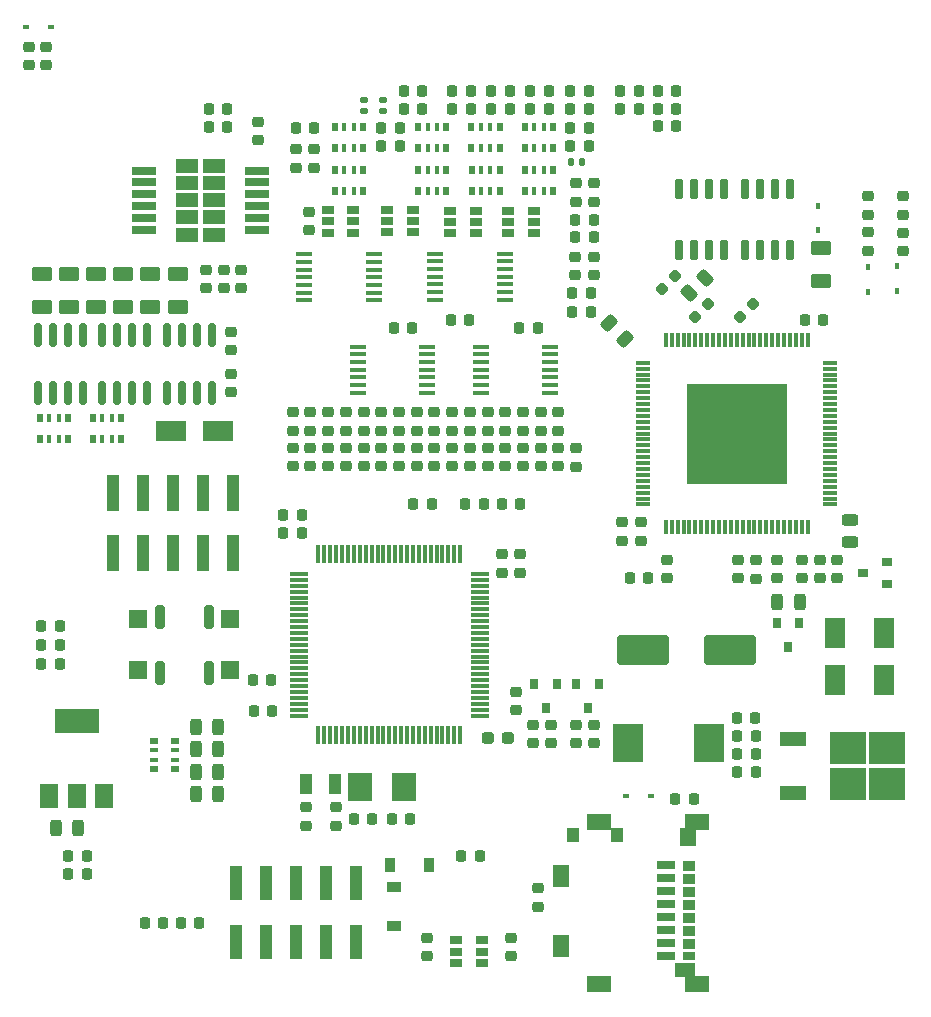
<source format=gbr>
%TF.GenerationSoftware,KiCad,Pcbnew,6.0.4-6f826c9f35~116~ubuntu20.04.1*%
%TF.CreationDate,2022-04-15T17:05:14+02:00*%
%TF.ProjectId,micro_rusEFI,6d696372-6f5f-4727-9573-4546492e6b69,R0.6.1rc*%
%TF.SameCoordinates,Original*%
%TF.FileFunction,Paste,Top*%
%TF.FilePolarity,Positive*%
%FSLAX46Y46*%
G04 Gerber Fmt 4.6, Leading zero omitted, Abs format (unit mm)*
G04 Created by KiCad (PCBNEW 6.0.4-6f826c9f35~116~ubuntu20.04.1) date 2022-04-15 17:05:14*
%MOMM*%
%LPD*%
G01*
G04 APERTURE LIST*
G04 Aperture macros list*
%AMRoundRect*
0 Rectangle with rounded corners*
0 $1 Rounding radius*
0 $2 $3 $4 $5 $6 $7 $8 $9 X,Y pos of 4 corners*
0 Add a 4 corners polygon primitive as box body*
4,1,4,$2,$3,$4,$5,$6,$7,$8,$9,$2,$3,0*
0 Add four circle primitives for the rounded corners*
1,1,$1+$1,$2,$3*
1,1,$1+$1,$4,$5*
1,1,$1+$1,$6,$7*
1,1,$1+$1,$8,$9*
0 Add four rect primitives between the rounded corners*
20,1,$1+$1,$2,$3,$4,$5,0*
20,1,$1+$1,$4,$5,$6,$7,0*
20,1,$1+$1,$6,$7,$8,$9,0*
20,1,$1+$1,$8,$9,$2,$3,0*%
G04 Aperture macros list end*
%ADD10RoundRect,0.218750X0.026517X-0.335876X0.335876X-0.026517X-0.026517X0.335876X-0.335876X0.026517X0*%
%ADD11RoundRect,0.218750X-0.218750X-0.256250X0.218750X-0.256250X0.218750X0.256250X-0.218750X0.256250X0*%
%ADD12RoundRect,0.218750X0.218750X0.256250X-0.218750X0.256250X-0.218750X-0.256250X0.218750X-0.256250X0*%
%ADD13RoundRect,0.243750X-0.243750X-0.456250X0.243750X-0.456250X0.243750X0.456250X-0.243750X0.456250X0*%
%ADD14RoundRect,0.218750X0.256250X-0.218750X0.256250X0.218750X-0.256250X0.218750X-0.256250X-0.218750X0*%
%ADD15RoundRect,0.218750X-0.256250X0.218750X-0.256250X-0.218750X0.256250X-0.218750X0.256250X0.218750X0*%
%ADD16R,0.900000X1.200000*%
%ADD17R,1.060000X0.650000*%
%ADD18R,1.450000X0.450000*%
%ADD19R,0.500000X0.800000*%
%ADD20R,0.400000X0.800000*%
%ADD21R,0.800000X0.500000*%
%ADD22R,0.800000X0.400000*%
%ADD23R,2.000000X2.400000*%
%ADD24RoundRect,0.250000X-0.625000X0.375000X-0.625000X-0.375000X0.625000X-0.375000X0.625000X0.375000X0*%
%ADD25RoundRect,0.147500X0.172500X-0.147500X0.172500X0.147500X-0.172500X0.147500X-0.172500X-0.147500X0*%
%ADD26R,0.900000X0.800000*%
%ADD27R,1.800000X2.500000*%
%ADD28RoundRect,0.150000X0.150000X-0.825000X0.150000X0.825000X-0.150000X0.825000X-0.150000X-0.825000X0*%
%ADD29R,1.000000X1.800000*%
%ADD30R,1.500000X2.000000*%
%ADD31R,3.800000X2.000000*%
%ADD32R,3.050000X2.750000*%
%ADD33R,2.200000X1.200000*%
%ADD34R,0.800000X0.900000*%
%ADD35R,1.500000X1.500000*%
%ADD36RoundRect,0.243750X-0.456250X0.243750X-0.456250X-0.243750X0.456250X-0.243750X0.456250X0.243750X0*%
%ADD37R,0.450000X0.600000*%
%ADD38RoundRect,0.200000X0.200000X0.800000X-0.200000X0.800000X-0.200000X-0.800000X0.200000X-0.800000X0*%
%ADD39RoundRect,0.200000X-0.200000X-0.800000X0.200000X-0.800000X0.200000X0.800000X-0.200000X0.800000X0*%
%ADD40RoundRect,0.150000X0.150000X-0.725000X0.150000X0.725000X-0.150000X0.725000X-0.150000X-0.725000X0*%
%ADD41R,1.950000X1.160000*%
%ADD42R,2.000000X0.650000*%
%ADD43RoundRect,0.075000X-0.550000X-0.075000X0.550000X-0.075000X0.550000X0.075000X-0.550000X0.075000X0*%
%ADD44RoundRect,0.075000X-0.075000X-0.550000X0.075000X-0.550000X0.075000X0.550000X-0.075000X0.550000X0*%
%ADD45R,8.500000X8.500000*%
%ADD46RoundRect,0.250000X1.950000X1.000000X-1.950000X1.000000X-1.950000X-1.000000X1.950000X-1.000000X0*%
%ADD47RoundRect,0.075000X0.075000X-0.725000X0.075000X0.725000X-0.075000X0.725000X-0.075000X-0.725000X0*%
%ADD48RoundRect,0.075000X0.725000X-0.075000X0.725000X0.075000X-0.725000X0.075000X-0.725000X-0.075000X0*%
%ADD49RoundRect,0.243750X0.494975X0.150260X0.150260X0.494975X-0.494975X-0.150260X-0.150260X-0.494975X0*%
%ADD50R,1.200000X0.900000*%
%ADD51R,1.000000X3.000000*%
%ADD52RoundRect,0.237500X-0.287500X-0.237500X0.287500X-0.237500X0.287500X0.237500X-0.287500X0.237500X0*%
%ADD53RoundRect,0.147500X0.147500X0.172500X-0.147500X0.172500X-0.147500X-0.172500X0.147500X-0.172500X0*%
%ADD54RoundRect,0.218750X-0.026517X0.335876X-0.335876X0.026517X0.026517X-0.335876X0.335876X-0.026517X0*%
%ADD55RoundRect,0.243750X-0.150260X0.494975X-0.494975X0.150260X0.150260X-0.494975X0.494975X-0.150260X0*%
%ADD56R,1.000000X3.150000*%
%ADD57R,0.600000X0.450000*%
%ADD58R,1.500000X0.800000*%
%ADD59R,2.000000X1.450000*%
%ADD60R,2.500000X3.300000*%
%ADD61R,1.100000X0.850000*%
%ADD62R,1.100000X0.750000*%
%ADD63R,1.000000X1.200000*%
%ADD64R,1.350000X1.900000*%
%ADD65R,1.800000X1.170000*%
%ADD66R,1.350000X1.550000*%
%ADD67R,2.500000X1.800000*%
G04 APERTURE END LIST*
D10*
X83743153Y-58556847D03*
X84856847Y-57443153D03*
D11*
X69570500Y-56500000D03*
X71145500Y-56500000D03*
D12*
X85087500Y-92500000D03*
X83512500Y-92500000D03*
X85116300Y-97030500D03*
X83541300Y-97030500D03*
D11*
X69824500Y-51800000D03*
X71399500Y-51800000D03*
X51053900Y-101031040D03*
X52628900Y-101031040D03*
D13*
X25859500Y-101790500D03*
X27734500Y-101790500D03*
D14*
X73800000Y-77500000D03*
X73800000Y-75925000D03*
D11*
X69824500Y-50292000D03*
X71399500Y-50292000D03*
X76812500Y-42400000D03*
X78387500Y-42400000D03*
D15*
X71374000Y-47212500D03*
X71374000Y-48787500D03*
D12*
X55859780Y-101031040D03*
X54284780Y-101031040D03*
X28473500Y-104203500D03*
X26898500Y-104203500D03*
D15*
X64389000Y-111099500D03*
X64389000Y-112674500D03*
D16*
X54103000Y-104902000D03*
X57403000Y-104902000D03*
D17*
X59733000Y-111318000D03*
X59733000Y-112268000D03*
X59733000Y-113218000D03*
X61933000Y-113218000D03*
X61933000Y-112268000D03*
X61933000Y-111318000D03*
D15*
X57277000Y-111099500D03*
X57277000Y-112674500D03*
D14*
X66675000Y-108483500D03*
X66675000Y-106908500D03*
X71450000Y-94612500D03*
X71450000Y-93037500D03*
D15*
X63601600Y-78612900D03*
X63601600Y-80187900D03*
D11*
X45112500Y-76800000D03*
X46687500Y-76800000D03*
D12*
X26187500Y-87884000D03*
X24612500Y-87884000D03*
D18*
X57306000Y-64942000D03*
X57306000Y-64292000D03*
X57306000Y-63642000D03*
X57306000Y-62992000D03*
X57306000Y-62342000D03*
X57306000Y-61692000D03*
X57306000Y-61042000D03*
X51406000Y-61042000D03*
X51406000Y-61692000D03*
X51406000Y-62342000D03*
X51406000Y-62992000D03*
X51406000Y-63642000D03*
X51406000Y-64292000D03*
X51406000Y-64942000D03*
D14*
X40640000Y-61341100D03*
X40640000Y-59766100D03*
D12*
X44092000Y-89281800D03*
X42517000Y-89281800D03*
D14*
X65125600Y-80187900D03*
X65125600Y-78612900D03*
D15*
X64790320Y-90271500D03*
X64790320Y-91846500D03*
D11*
X38785700Y-42418000D03*
X40360700Y-42418000D03*
X38785700Y-40894000D03*
X40360700Y-40894000D03*
D15*
X40665400Y-63347500D03*
X40665400Y-64922500D03*
D12*
X26187500Y-84734400D03*
X24612500Y-84734400D03*
D19*
X58921500Y-42407000D03*
D20*
X58121500Y-42407000D03*
X57321500Y-42407000D03*
D19*
X56521500Y-42407000D03*
X56521500Y-44207000D03*
D20*
X57321500Y-44207000D03*
X58121500Y-44207000D03*
D19*
X58921500Y-44207000D03*
D11*
X69387500Y-42500000D03*
X70962500Y-42500000D03*
D18*
X67720000Y-64942000D03*
X67720000Y-64292000D03*
X67720000Y-63642000D03*
X67720000Y-62992000D03*
X67720000Y-62342000D03*
X67720000Y-61692000D03*
X67720000Y-61042000D03*
X61820000Y-61042000D03*
X61820000Y-61692000D03*
X61820000Y-62342000D03*
X61820000Y-62992000D03*
X61820000Y-63642000D03*
X61820000Y-64292000D03*
X61820000Y-64942000D03*
D11*
X73612500Y-40925000D03*
X75187500Y-40925000D03*
X26898500Y-105727500D03*
X28473500Y-105727500D03*
D12*
X54987500Y-42500000D03*
X53412500Y-42500000D03*
D15*
X69800000Y-53425000D03*
X69800000Y-55000000D03*
D13*
X37712500Y-97050000D03*
X39587500Y-97050000D03*
X37696000Y-98950000D03*
X39571000Y-98950000D03*
X37696000Y-95150000D03*
X39571000Y-95150000D03*
X37696000Y-93250000D03*
X39571000Y-93250000D03*
D15*
X94600000Y-51362500D03*
X94600000Y-52937500D03*
D14*
X23550000Y-37237500D03*
X23550000Y-35662500D03*
D21*
X35963000Y-96831000D03*
D22*
X35963000Y-96031000D03*
X35963000Y-95231000D03*
D21*
X35963000Y-94431000D03*
X34163000Y-94431000D03*
D22*
X34163000Y-95231000D03*
X34163000Y-96031000D03*
D21*
X34163000Y-96831000D03*
D23*
X55306840Y-98348800D03*
X51606840Y-98348800D03*
D11*
X63612500Y-74400000D03*
X65187500Y-74400000D03*
D12*
X85116300Y-93982500D03*
X83541300Y-93982500D03*
X85116300Y-95506500D03*
X83541300Y-95506500D03*
D15*
X43000000Y-42012500D03*
X43000000Y-43587500D03*
D12*
X37998500Y-109855000D03*
X36423500Y-109855000D03*
D14*
X40081200Y-56108700D03*
X40081200Y-54533700D03*
D24*
X24658800Y-54900000D03*
X24658800Y-57700000D03*
D15*
X38582600Y-54533700D03*
X38582600Y-56108700D03*
X25050000Y-35662500D03*
X25050000Y-37237500D03*
D25*
X53525000Y-41135000D03*
X53525000Y-40165000D03*
D11*
X76812500Y-40900000D03*
X78387500Y-40900000D03*
D12*
X46685300Y-75311000D03*
X45110300Y-75311000D03*
D14*
X67797680Y-94612500D03*
X67797680Y-93037500D03*
D11*
X69570500Y-58100000D03*
X71145500Y-58100000D03*
D14*
X97600000Y-49887500D03*
X97600000Y-48312500D03*
D18*
X57943960Y-53168000D03*
X57943960Y-53818000D03*
X57943960Y-54468000D03*
X57943960Y-55118000D03*
X57943960Y-55768000D03*
X57943960Y-56418000D03*
X57943960Y-57068000D03*
X63843960Y-57068000D03*
X63843960Y-56418000D03*
X63843960Y-55768000D03*
X63843960Y-55118000D03*
X63843960Y-54468000D03*
X63843960Y-53818000D03*
X63843960Y-53168000D03*
D26*
X96186500Y-81150500D03*
X96186500Y-79250500D03*
X94186500Y-80200500D03*
D27*
X96000000Y-89250000D03*
X96000000Y-85250000D03*
D28*
X24358600Y-65009800D03*
X25628600Y-65009800D03*
X26898600Y-65009800D03*
X28168600Y-65009800D03*
X28168600Y-60059800D03*
X26898600Y-60059800D03*
X25628600Y-60059800D03*
X24358600Y-60059800D03*
D15*
X46990000Y-100050000D03*
X46990000Y-101625000D03*
D29*
X47010000Y-98100000D03*
X49510000Y-98100000D03*
D11*
X33375500Y-109855000D03*
X34950500Y-109855000D03*
D30*
X25300000Y-99050000D03*
X27600000Y-99050000D03*
D31*
X27600000Y-92750000D03*
D30*
X29900000Y-99050000D03*
D17*
X64152600Y-49545200D03*
X64152600Y-50495200D03*
X64152600Y-51445200D03*
X66352600Y-51445200D03*
X66352600Y-50495200D03*
X66352600Y-49545200D03*
X51051640Y-51394400D03*
X51051640Y-50444400D03*
X51051640Y-49494400D03*
X48851640Y-49494400D03*
X48851640Y-50444400D03*
X48851640Y-51394400D03*
D14*
X49530000Y-101625000D03*
X49530000Y-100050000D03*
D11*
X56112500Y-74400000D03*
X57687500Y-74400000D03*
D17*
X61460000Y-51445200D03*
X61460000Y-50495200D03*
X61460000Y-49545200D03*
X59260000Y-49545200D03*
X59260000Y-50495200D03*
X59260000Y-51445200D03*
D19*
X31400000Y-67050000D03*
D20*
X30600000Y-67050000D03*
X29800000Y-67050000D03*
D19*
X29000000Y-67050000D03*
X29000000Y-68850000D03*
D20*
X29800000Y-68850000D03*
X30600000Y-68850000D03*
D19*
X31400000Y-68850000D03*
D12*
X56032500Y-59436000D03*
X54457500Y-59436000D03*
D24*
X26958800Y-54900000D03*
X26958800Y-57700000D03*
X29258800Y-54900000D03*
X29258800Y-57700000D03*
X31558800Y-54900000D03*
X31558800Y-57700000D03*
X33858800Y-54900000D03*
X33858800Y-57700000D03*
X36158800Y-54900000D03*
X36158800Y-57700000D03*
D28*
X29794200Y-65009800D03*
X31064200Y-65009800D03*
X32334200Y-65009800D03*
X33604200Y-65009800D03*
X33604200Y-60059800D03*
X32334200Y-60059800D03*
X31064200Y-60059800D03*
X29794200Y-60059800D03*
X35229800Y-65009800D03*
X36499800Y-65009800D03*
X37769800Y-65009800D03*
X39039800Y-65009800D03*
X39039800Y-60059800D03*
X37769800Y-60059800D03*
X36499800Y-60059800D03*
X35229800Y-60059800D03*
D12*
X66637000Y-59436000D03*
X65062000Y-59436000D03*
D17*
X53891000Y-49469000D03*
X53891000Y-50419000D03*
X53891000Y-51369000D03*
X56091000Y-51369000D03*
X56091000Y-50419000D03*
X56091000Y-49469000D03*
D19*
X51873000Y-42407000D03*
D20*
X51073000Y-42407000D03*
X50273000Y-42407000D03*
D19*
X49473000Y-42407000D03*
X49473000Y-44207000D03*
D20*
X50273000Y-44207000D03*
X51073000Y-44207000D03*
D19*
X51873000Y-44207000D03*
D18*
X46902580Y-53226420D03*
X46902580Y-53876420D03*
X46902580Y-54526420D03*
X46902580Y-55176420D03*
X46902580Y-55826420D03*
X46902580Y-56476420D03*
X46902580Y-57126420D03*
X52802580Y-57126420D03*
X52802580Y-56476420D03*
X52802580Y-55826420D03*
X52802580Y-55176420D03*
X52802580Y-54526420D03*
X52802580Y-53876420D03*
X52802580Y-53226420D03*
D14*
X60900000Y-68187500D03*
X60900000Y-66612500D03*
X59400000Y-68187500D03*
X59400000Y-66612500D03*
X57900000Y-68187500D03*
X57900000Y-66612500D03*
X62400000Y-71187500D03*
X62400000Y-69612500D03*
X60900000Y-71187500D03*
X60900000Y-69612500D03*
X57900000Y-71187500D03*
X57900000Y-69612500D03*
X59400000Y-71187500D03*
X59400000Y-69612500D03*
X62400000Y-68187500D03*
X62400000Y-66612500D03*
D32*
X96231000Y-98045000D03*
X96231000Y-94995000D03*
X92881000Y-98045000D03*
X92881000Y-94995000D03*
D33*
X88256000Y-94240000D03*
X88256000Y-98800000D03*
D14*
X66900000Y-68187500D03*
X66900000Y-66612500D03*
X65400000Y-68187500D03*
X65400000Y-66612500D03*
X63900000Y-68187500D03*
X63900000Y-66612500D03*
X68400000Y-71187500D03*
X68400000Y-69612500D03*
X66900000Y-71187500D03*
X66900000Y-69612500D03*
X65400000Y-71187500D03*
X65400000Y-69612500D03*
X63900000Y-71187500D03*
X63900000Y-69612500D03*
X68400000Y-68187500D03*
X68400000Y-66612500D03*
D12*
X26187500Y-86309200D03*
X24612500Y-86309200D03*
D14*
X56400000Y-68187500D03*
X56400000Y-66612500D03*
X54900000Y-68187500D03*
X54900000Y-66612500D03*
X53400000Y-68187500D03*
X53400000Y-66612500D03*
X51900000Y-68187500D03*
X51900000Y-66612500D03*
X56400000Y-71187500D03*
X56400000Y-69612500D03*
X54900000Y-71187500D03*
X54900000Y-69612500D03*
X53400000Y-71187500D03*
X53400000Y-69612500D03*
X51900000Y-71187500D03*
X51900000Y-69612500D03*
X50400000Y-68187500D03*
X50400000Y-66612500D03*
X45900000Y-68187500D03*
X45900000Y-66612500D03*
X50400000Y-71187500D03*
X50400000Y-69612500D03*
X48900000Y-71187500D03*
X48900000Y-69612500D03*
X47400000Y-71187500D03*
X47400000Y-69612500D03*
X45900000Y-71187500D03*
X45900000Y-69612500D03*
D11*
X59283500Y-58801000D03*
X60858500Y-58801000D03*
D15*
X46200000Y-44337500D03*
X46200000Y-45912500D03*
D34*
X88798440Y-84450680D03*
X86898440Y-84450680D03*
X87848440Y-86450680D03*
D27*
X91789200Y-89250000D03*
X91789200Y-85250000D03*
D15*
X86900000Y-79095500D03*
X86900000Y-80670500D03*
X83566000Y-79095500D03*
X83566000Y-80670500D03*
X91998800Y-79095500D03*
X91998800Y-80670500D03*
X90512900Y-79095500D03*
X90512900Y-80670500D03*
D13*
X86939120Y-82677000D03*
X88814120Y-82677000D03*
D14*
X89027000Y-80670500D03*
X89027000Y-79095500D03*
X85100000Y-80687500D03*
X85100000Y-79112500D03*
D34*
X68270160Y-89611960D03*
X66370160Y-89611960D03*
X67320160Y-91611960D03*
D35*
X32828400Y-88442800D03*
X40628400Y-88442800D03*
D34*
X71816000Y-89611960D03*
X69916000Y-89611960D03*
X70866000Y-91611960D03*
D36*
X93100000Y-75700000D03*
X93100000Y-77575000D03*
D19*
X26900000Y-67050000D03*
D20*
X26100000Y-67050000D03*
X25300000Y-67050000D03*
D19*
X24500000Y-67050000D03*
X24500000Y-68850000D03*
D20*
X25300000Y-68850000D03*
X26100000Y-68850000D03*
D19*
X26900000Y-68850000D03*
D14*
X94600000Y-49887500D03*
X94600000Y-48312500D03*
D12*
X44170700Y-91897200D03*
X42595700Y-91897200D03*
D14*
X41554400Y-56108700D03*
X41554400Y-54533700D03*
D37*
X90400000Y-51200000D03*
X90400000Y-49100000D03*
D38*
X38828400Y-83900000D03*
X34628400Y-83900000D03*
D39*
X34628400Y-88700000D03*
X38828400Y-88700000D03*
D14*
X47244000Y-51206500D03*
X47244000Y-49631500D03*
X47400000Y-68187500D03*
X47400000Y-66612500D03*
X48900000Y-68187500D03*
X48900000Y-66612500D03*
D40*
X78595000Y-52875000D03*
X79865000Y-52875000D03*
X81135000Y-52875000D03*
X82405000Y-52875000D03*
X82405000Y-47725000D03*
X81135000Y-47725000D03*
X79865000Y-47725000D03*
X78595000Y-47725000D03*
D15*
X71400000Y-53425000D03*
X71400000Y-55000000D03*
X97600000Y-51412500D03*
X97600000Y-52987500D03*
D40*
X84195000Y-52875000D03*
X85465000Y-52875000D03*
X86735000Y-52875000D03*
X88005000Y-52875000D03*
X88005000Y-47725000D03*
X86735000Y-47725000D03*
X85465000Y-47725000D03*
X84195000Y-47725000D03*
D14*
X69895720Y-94612500D03*
X69895720Y-93037500D03*
D15*
X69850000Y-47212500D03*
X69850000Y-48787500D03*
D41*
X36975000Y-45721000D03*
X36975000Y-47181000D03*
X36975000Y-48641000D03*
X39225000Y-47181000D03*
X39225000Y-50101000D03*
X36975000Y-51561000D03*
X36975000Y-50101000D03*
X39225000Y-48641000D03*
X39225000Y-51561000D03*
X39225000Y-45721000D03*
D42*
X42900000Y-51141000D03*
X42900000Y-50141000D03*
X42900000Y-49141000D03*
X42900000Y-48141000D03*
X42900000Y-47141000D03*
X42900000Y-46141000D03*
X33300000Y-46141000D03*
X33300000Y-47141000D03*
X33300000Y-48141000D03*
X33300000Y-49141000D03*
X33300000Y-50141000D03*
X33300000Y-51141000D03*
D43*
X75600000Y-62403000D03*
X75600000Y-62903000D03*
X75600000Y-63403000D03*
X75600000Y-63903000D03*
X75600000Y-64403000D03*
X75600000Y-64903000D03*
X75600000Y-65403000D03*
X75600000Y-65903000D03*
X75600000Y-66403000D03*
X75600000Y-66903000D03*
X75600000Y-67403000D03*
X75600000Y-67903000D03*
X75600000Y-68403000D03*
X75600000Y-68903000D03*
X75600000Y-69403000D03*
X75600000Y-69903000D03*
X75600000Y-70403000D03*
X75600000Y-70903000D03*
X75600000Y-71403000D03*
X75600000Y-71903000D03*
X75600000Y-72403000D03*
X75600000Y-72903000D03*
X75600000Y-73403000D03*
X75600000Y-73903000D03*
X75600000Y-74403000D03*
D44*
X77500000Y-76303000D03*
X78000000Y-76303000D03*
X78500000Y-76303000D03*
X79000000Y-76303000D03*
X79500000Y-76303000D03*
X80000000Y-76303000D03*
X80500000Y-76303000D03*
X81000000Y-76303000D03*
X81500000Y-76303000D03*
X82000000Y-76303000D03*
X82500000Y-76303000D03*
X83000000Y-76303000D03*
X83500000Y-76303000D03*
X84000000Y-76303000D03*
X84500000Y-76303000D03*
X85000000Y-76303000D03*
X85500000Y-76303000D03*
X86000000Y-76303000D03*
X86500000Y-76303000D03*
X87000000Y-76303000D03*
X87500000Y-76303000D03*
X88000000Y-76303000D03*
X88500000Y-76303000D03*
X89000000Y-76303000D03*
X89500000Y-76303000D03*
D43*
X91400000Y-74403000D03*
X91400000Y-73903000D03*
X91400000Y-73403000D03*
X91400000Y-72903000D03*
X91400000Y-72403000D03*
X91400000Y-71903000D03*
X91400000Y-71403000D03*
X91400000Y-70903000D03*
X91400000Y-70403000D03*
X91400000Y-69903000D03*
X91400000Y-69403000D03*
X91400000Y-68903000D03*
X91400000Y-68403000D03*
X91400000Y-67903000D03*
X91400000Y-67403000D03*
X91400000Y-66903000D03*
X91400000Y-66403000D03*
X91400000Y-65903000D03*
X91400000Y-65403000D03*
X91400000Y-64903000D03*
X91400000Y-64403000D03*
X91400000Y-63903000D03*
X91400000Y-63403000D03*
X91400000Y-62903000D03*
X91400000Y-62403000D03*
D44*
X89500000Y-60503000D03*
X89000000Y-60503000D03*
X88500000Y-60503000D03*
X88000000Y-60503000D03*
X87500000Y-60503000D03*
X87000000Y-60503000D03*
X86500000Y-60503000D03*
X86000000Y-60503000D03*
X85500000Y-60503000D03*
X85000000Y-60503000D03*
X84500000Y-60503000D03*
X84000000Y-60503000D03*
X83500000Y-60503000D03*
X83000000Y-60503000D03*
X82500000Y-60503000D03*
X82000000Y-60503000D03*
X81500000Y-60503000D03*
X81000000Y-60503000D03*
X80500000Y-60503000D03*
X80000000Y-60503000D03*
X79500000Y-60503000D03*
X79000000Y-60503000D03*
X78500000Y-60503000D03*
X78000000Y-60503000D03*
X77500000Y-60503000D03*
D45*
X83500000Y-68403000D03*
D37*
X94600000Y-54300000D03*
X94600000Y-56400000D03*
D46*
X82948000Y-86741000D03*
X75548000Y-86741000D03*
D47*
X48086800Y-93959600D03*
X48586800Y-93959600D03*
X49086800Y-93959600D03*
X49586800Y-93959600D03*
X50086800Y-93959600D03*
X50586800Y-93959600D03*
X51086800Y-93959600D03*
X51586800Y-93959600D03*
X52086800Y-93959600D03*
X52586800Y-93959600D03*
X53086800Y-93959600D03*
X53586800Y-93959600D03*
X54086800Y-93959600D03*
X54586800Y-93959600D03*
X55086800Y-93959600D03*
X55586800Y-93959600D03*
X56086800Y-93959600D03*
X56586800Y-93959600D03*
X57086800Y-93959600D03*
X57586800Y-93959600D03*
X58086800Y-93959600D03*
X58586800Y-93959600D03*
X59086800Y-93959600D03*
X59586800Y-93959600D03*
X60086800Y-93959600D03*
D48*
X61761800Y-92284600D03*
X61761800Y-91784600D03*
X61761800Y-91284600D03*
X61761800Y-90784600D03*
X61761800Y-90284600D03*
X61761800Y-89784600D03*
X61761800Y-89284600D03*
X61761800Y-88784600D03*
X61761800Y-88284600D03*
X61761800Y-87784600D03*
X61761800Y-87284600D03*
X61761800Y-86784600D03*
X61761800Y-86284600D03*
X61761800Y-85784600D03*
X61761800Y-85284600D03*
X61761800Y-84784600D03*
X61761800Y-84284600D03*
X61761800Y-83784600D03*
X61761800Y-83284600D03*
X61761800Y-82784600D03*
X61761800Y-82284600D03*
X61761800Y-81784600D03*
X61761800Y-81284600D03*
X61761800Y-80784600D03*
X61761800Y-80284600D03*
D47*
X60086800Y-78609600D03*
X59586800Y-78609600D03*
X59086800Y-78609600D03*
X58586800Y-78609600D03*
X58086800Y-78609600D03*
X57586800Y-78609600D03*
X57086800Y-78609600D03*
X56586800Y-78609600D03*
X56086800Y-78609600D03*
X55586800Y-78609600D03*
X55086800Y-78609600D03*
X54586800Y-78609600D03*
X54086800Y-78609600D03*
X53586800Y-78609600D03*
X53086800Y-78609600D03*
X52586800Y-78609600D03*
X52086800Y-78609600D03*
X51586800Y-78609600D03*
X51086800Y-78609600D03*
X50586800Y-78609600D03*
X50086800Y-78609600D03*
X49586800Y-78609600D03*
X49086800Y-78609600D03*
X48586800Y-78609600D03*
X48086800Y-78609600D03*
D48*
X46411800Y-80284600D03*
X46411800Y-80784600D03*
X46411800Y-81284600D03*
X46411800Y-81784600D03*
X46411800Y-82284600D03*
X46411800Y-82784600D03*
X46411800Y-83284600D03*
X46411800Y-83784600D03*
X46411800Y-84284600D03*
X46411800Y-84784600D03*
X46411800Y-85284600D03*
X46411800Y-85784600D03*
X46411800Y-86284600D03*
X46411800Y-86784600D03*
X46411800Y-87284600D03*
X46411800Y-87784600D03*
X46411800Y-88284600D03*
X46411800Y-88784600D03*
X46411800Y-89284600D03*
X46411800Y-89784600D03*
X46411800Y-90284600D03*
X46411800Y-90784600D03*
X46411800Y-91284600D03*
X46411800Y-91784600D03*
X46411800Y-92284600D03*
D12*
X62087500Y-74400000D03*
X60512500Y-74400000D03*
D49*
X74041000Y-60401200D03*
X72715174Y-59075374D03*
D15*
X77597000Y-79095500D03*
X77597000Y-80670500D03*
D24*
X90600000Y-52700000D03*
X90600000Y-55500000D03*
D15*
X47700000Y-44337500D03*
X47700000Y-45912500D03*
D50*
X54483000Y-110108000D03*
X54483000Y-106808000D03*
D15*
X75400000Y-75912500D03*
X75400000Y-77487500D03*
D11*
X74432060Y-80634840D03*
X76007060Y-80634840D03*
D35*
X40628400Y-84124800D03*
X32828400Y-84124800D03*
D11*
X76812500Y-39400000D03*
X78387500Y-39400000D03*
D37*
X97100000Y-54250000D03*
X97100000Y-56350000D03*
D51*
X51231800Y-111486000D03*
X51231800Y-106446000D03*
X48691800Y-111486000D03*
X48691800Y-106446000D03*
X46151800Y-111486000D03*
X46151800Y-106446000D03*
X43611800Y-111486000D03*
X43611800Y-106446000D03*
X41071800Y-111486000D03*
X41071800Y-106446000D03*
D14*
X66268600Y-94612500D03*
X66268600Y-93037500D03*
D52*
X62410400Y-94167960D03*
X64160400Y-94167960D03*
D11*
X78308000Y-99314000D03*
X79883000Y-99314000D03*
X55287500Y-39375000D03*
X56862500Y-39375000D03*
D53*
X70410000Y-45425000D03*
X69440000Y-45425000D03*
D19*
X67951000Y-42407000D03*
D20*
X67151000Y-42407000D03*
X66351000Y-42407000D03*
D19*
X65551000Y-42407000D03*
X65551000Y-44207000D03*
D20*
X66351000Y-44207000D03*
X67151000Y-44207000D03*
D19*
X67951000Y-44207000D03*
X63442500Y-42407000D03*
D20*
X62642500Y-42407000D03*
X61842500Y-42407000D03*
D19*
X61042500Y-42407000D03*
X61042500Y-44207000D03*
D20*
X61842500Y-44207000D03*
X62642500Y-44207000D03*
D19*
X63442500Y-44207000D03*
D25*
X51900000Y-41135000D03*
X51900000Y-40165000D03*
D12*
X56862500Y-40900000D03*
X55287500Y-40900000D03*
D15*
X69900800Y-69621300D03*
X69900800Y-71196300D03*
D11*
X89255500Y-58801000D03*
X90830500Y-58801000D03*
D54*
X78280847Y-55069153D03*
X77167153Y-56182847D03*
X81056847Y-57443153D03*
X79943153Y-58556847D03*
D55*
X80799913Y-55217087D03*
X79474087Y-56542913D03*
D56*
X30683200Y-78496400D03*
X30683200Y-73446400D03*
X33223200Y-78496400D03*
X33223200Y-73446400D03*
X35763200Y-78496400D03*
X35763200Y-73446400D03*
X38303200Y-78496400D03*
X38303200Y-73446400D03*
X40843200Y-78496400D03*
X40843200Y-73446400D03*
D11*
X73612500Y-39400000D03*
X75187500Y-39400000D03*
D12*
X54987500Y-44050000D03*
X53412500Y-44050000D03*
X61747500Y-104140000D03*
X60172500Y-104140000D03*
D57*
X25400000Y-33950000D03*
X23300000Y-33950000D03*
D11*
X66012500Y-39400000D03*
X67587500Y-39400000D03*
X59410500Y-39400000D03*
X60985500Y-39400000D03*
X59412500Y-40925000D03*
X60987500Y-40925000D03*
X62712500Y-39400000D03*
X64287500Y-39400000D03*
X66012500Y-40925000D03*
X67587500Y-40925000D03*
X62712500Y-40925000D03*
X64287500Y-40925000D03*
X69387500Y-40925000D03*
X70962500Y-40925000D03*
X69387500Y-39400000D03*
X70962500Y-39400000D03*
X69387500Y-44025000D03*
X70962500Y-44025000D03*
D12*
X47737500Y-42500000D03*
X46162500Y-42500000D03*
D58*
X77500000Y-104950000D03*
X77500000Y-106050000D03*
X77500000Y-107150000D03*
X77500000Y-108250000D03*
X77500000Y-109350000D03*
X77500000Y-110450000D03*
X77500000Y-111550000D03*
X77500000Y-112650000D03*
D59*
X80100000Y-101275000D03*
X80100000Y-115025000D03*
X71800000Y-115025000D03*
X71800000Y-101275000D03*
D60*
X81124000Y-94600000D03*
X74324000Y-94600000D03*
D61*
X79475000Y-104995000D03*
X79475000Y-106095000D03*
X79475000Y-107195000D03*
X79475000Y-108295000D03*
X79475000Y-109395000D03*
X79475000Y-110495000D03*
X79475000Y-111595000D03*
D62*
X79475000Y-112645000D03*
D63*
X73325000Y-102360000D03*
X69625000Y-102360000D03*
D64*
X68650000Y-111830000D03*
D65*
X79125000Y-113855000D03*
D66*
X79350000Y-102535000D03*
D64*
X68650000Y-105860000D03*
D57*
X74100000Y-99050000D03*
X76200000Y-99050000D03*
D19*
X51875000Y-46050000D03*
D20*
X51075000Y-46050000D03*
X50275000Y-46050000D03*
D19*
X49475000Y-46050000D03*
X49475000Y-47850000D03*
D20*
X50275000Y-47850000D03*
X51075000Y-47850000D03*
D19*
X51875000Y-47850000D03*
X67950000Y-46050000D03*
D20*
X67150000Y-46050000D03*
X66350000Y-46050000D03*
D19*
X65550000Y-46050000D03*
X65550000Y-47850000D03*
D20*
X66350000Y-47850000D03*
X67150000Y-47850000D03*
D19*
X67950000Y-47850000D03*
D67*
X39600000Y-68150000D03*
X35600000Y-68150000D03*
D19*
X58925000Y-46050000D03*
D20*
X58125000Y-46050000D03*
X57325000Y-46050000D03*
D19*
X56525000Y-46050000D03*
X56525000Y-47850000D03*
D20*
X57325000Y-47850000D03*
X58125000Y-47850000D03*
D19*
X58925000Y-47850000D03*
X63450000Y-46050000D03*
D20*
X62650000Y-46050000D03*
X61850000Y-46050000D03*
D19*
X61050000Y-46050000D03*
X61050000Y-47850000D03*
D20*
X61850000Y-47850000D03*
X62650000Y-47850000D03*
D19*
X63450000Y-47850000D03*
M02*

</source>
